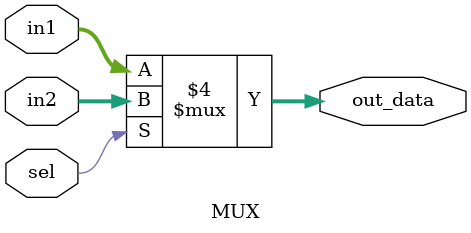
<source format=v>
`timescale 1ns / 1ps
module MUX(
      input [31:0] in1,
		input [31:0] in2,
		input sel,
		output reg [31:0] out_data
    );
	 
	 
	 always @(in1,in2,sel)       if(!sel)  out_data=in1;            else out_data=in2;




endmodule

</source>
